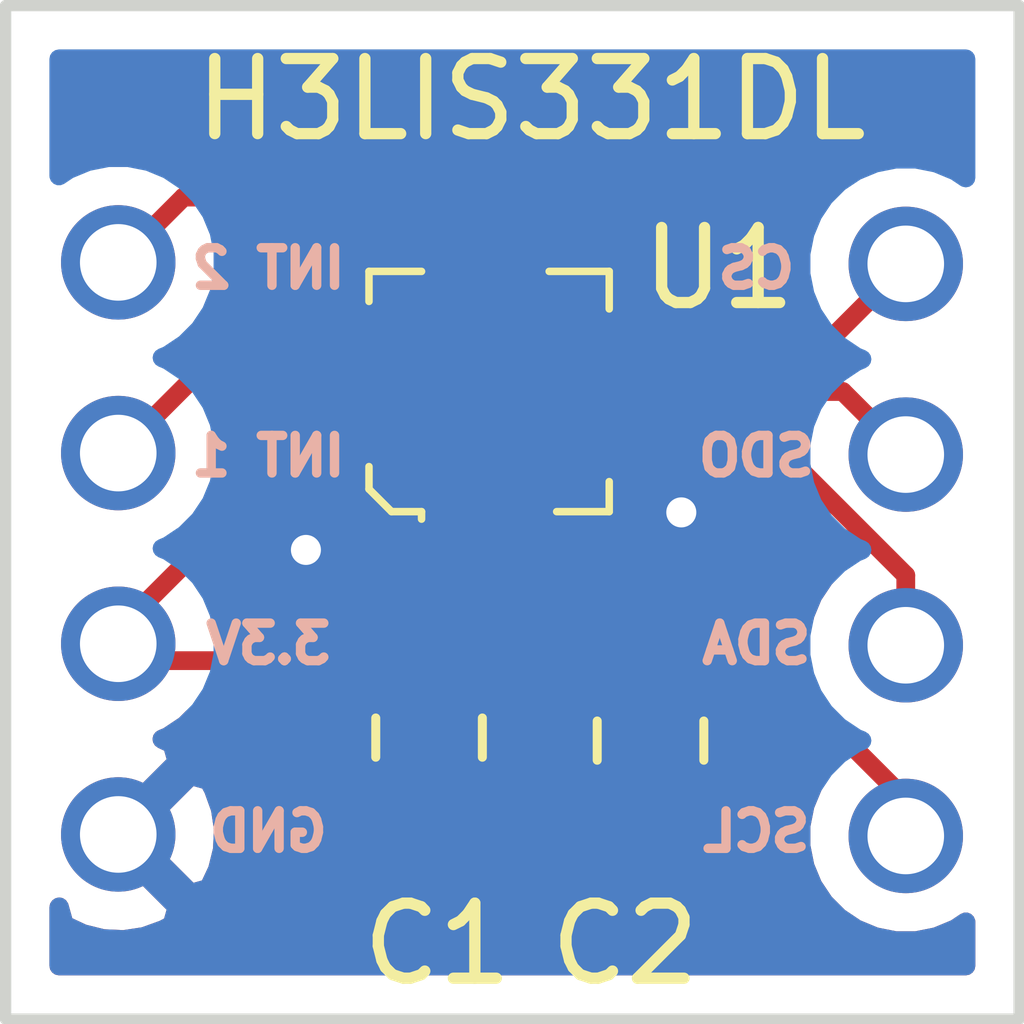
<source format=kicad_pcb>
(kicad_pcb (version 20171130) (host pcbnew "(5.1.6)-1")

  (general
    (thickness 1.6)
    (drawings 12)
    (tracks 47)
    (zones 0)
    (modules 5)
    (nets 11)
  )

  (page A4)
  (layers
    (0 F.Cu signal)
    (31 B.Cu signal)
    (32 B.Adhes user)
    (33 F.Adhes user)
    (34 B.Paste user)
    (35 F.Paste user)
    (36 B.SilkS user)
    (37 F.SilkS user)
    (38 B.Mask user)
    (39 F.Mask user)
    (40 Dwgs.User user)
    (41 Cmts.User user)
    (42 Eco1.User user)
    (43 Eco2.User user)
    (44 Edge.Cuts user)
    (45 Margin user)
    (46 B.CrtYd user)
    (47 F.CrtYd user)
    (48 B.Fab user)
    (49 F.Fab user)
  )

  (setup
    (last_trace_width 0.25)
    (trace_clearance 0.2)
    (zone_clearance 0.508)
    (zone_45_only no)
    (trace_min 0.2)
    (via_size 0.8)
    (via_drill 0.4)
    (via_min_size 0.4)
    (via_min_drill 0.3)
    (uvia_size 0.3)
    (uvia_drill 0.1)
    (uvias_allowed no)
    (uvia_min_size 0.2)
    (uvia_min_drill 0.1)
    (edge_width 0.05)
    (segment_width 0.2)
    (pcb_text_width 0.3)
    (pcb_text_size 1.5 1.5)
    (mod_edge_width 0.12)
    (mod_text_size 1 1)
    (mod_text_width 0.15)
    (pad_size 1.524 1.524)
    (pad_drill 0.762)
    (pad_to_mask_clearance 0.05)
    (aux_axis_origin 0 0)
    (visible_elements 7FFFFFFF)
    (pcbplotparams
      (layerselection 0x010fc_ffffffff)
      (usegerberextensions false)
      (usegerberattributes true)
      (usegerberadvancedattributes true)
      (creategerberjobfile true)
      (excludeedgelayer true)
      (linewidth 0.100000)
      (plotframeref false)
      (viasonmask false)
      (mode 1)
      (useauxorigin false)
      (hpglpennumber 1)
      (hpglpenspeed 20)
      (hpglpendiameter 15.000000)
      (psnegative false)
      (psa4output false)
      (plotreference true)
      (plotvalue true)
      (plotinvisibletext false)
      (padsonsilk false)
      (subtractmaskfromsilk false)
      (outputformat 1)
      (mirror false)
      (drillshape 1)
      (scaleselection 1)
      (outputdirectory ""))
  )

  (net 0 "")
  (net 1 +3V3)
  (net 2 GND)
  (net 3 "Net-(U1-Pad2)")
  (net 4 "Net-(U1-Pad3)")
  (net 5 /H3LIS331DL_Accelerometer/CS_ACC)
  (net 6 /H3LIS331DL_Accelerometer/SDO_ACC)
  (net 7 /H3LIS331DL_Accelerometer/SDA_ACC)
  (net 8 /H3LIS331DL_Accelerometer/INT_2_ACC)
  (net 9 /H3LIS331DL_Accelerometer/INT_1_ACC)
  (net 10 /H3LIS331DL_Accelerometer/SCL_ACC)

  (net_class Default "This is the default net class."
    (clearance 0.2)
    (trace_width 0.25)
    (via_dia 0.8)
    (via_drill 0.4)
    (uvia_dia 0.3)
    (uvia_drill 0.1)
    (add_net +3V3)
    (add_net /H3LIS331DL_Accelerometer/CS_ACC)
    (add_net /H3LIS331DL_Accelerometer/INT_1_ACC)
    (add_net /H3LIS331DL_Accelerometer/INT_2_ACC)
    (add_net /H3LIS331DL_Accelerometer/SCL_ACC)
    (add_net /H3LIS331DL_Accelerometer/SDA_ACC)
    (add_net /H3LIS331DL_Accelerometer/SDO_ACC)
    (add_net GND)
    (add_net "Net-(U1-Pad2)")
    (add_net "Net-(U1-Pad3)")
  )

  (module Accelerometer_Breakout:4_Pin_Header (layer F.Cu) (tedit 5ED40AE0) (tstamp 5F0CE79F)
    (at 173.99 99.06 180)
    (path /5F0D36FC)
    (fp_text reference U3 (at -6.01 -0.94) (layer F.SilkS) hide
      (effects (font (size 1 1) (thickness 0.15)))
    )
    (fp_text value 4_Pin_header (at -7.62 -2.54) (layer F.Fab) hide
      (effects (font (size 1 1) (thickness 0.15)))
    )
    (pad 4 thru_hole circle (at 0 7.62 180) (size 1.524 1.524) (drill 1.02) (layers *.Cu *.Mask)
      (net 5 /H3LIS331DL_Accelerometer/CS_ACC))
    (pad 3 thru_hole circle (at 0 5.08 180) (size 1.524 1.524) (drill 1.02) (layers *.Cu *.Mask)
      (net 6 /H3LIS331DL_Accelerometer/SDO_ACC))
    (pad 2 thru_hole circle (at 0 2.54 180) (size 1.524 1.524) (drill 1.02) (layers *.Cu *.Mask)
      (net 7 /H3LIS331DL_Accelerometer/SDA_ACC))
    (pad 1 thru_hole circle (at 0 0 180) (size 1.524 1.524) (drill 1.02) (layers *.Cu *.Mask)
      (net 10 /H3LIS331DL_Accelerometer/SCL_ACC))
  )

  (module Accelerometer_Breakout:4_Pin_Header (layer F.Cu) (tedit 5ED40AE0) (tstamp 5F0CE797)
    (at 163.5 91.42)
    (path /5F0D340B)
    (fp_text reference U2 (at -7 -1.92) (layer F.SilkS) hide
      (effects (font (size 1 1) (thickness 0.15)))
    )
    (fp_text value 4_Pin_header (at -7 -0.42) (layer F.Fab) hide
      (effects (font (size 1 1) (thickness 0.15)))
    )
    (pad 4 thru_hole circle (at 0 7.62) (size 1.524 1.524) (drill 1.02) (layers *.Cu *.Mask)
      (net 2 GND))
    (pad 3 thru_hole circle (at 0 5.08) (size 1.524 1.524) (drill 1.02) (layers *.Cu *.Mask)
      (net 1 +3V3))
    (pad 2 thru_hole circle (at 0 2.54) (size 1.524 1.524) (drill 1.02) (layers *.Cu *.Mask)
      (net 9 /H3LIS331DL_Accelerometer/INT_1_ACC))
    (pad 1 thru_hole circle (at 0 0) (size 1.524 1.524) (drill 1.02) (layers *.Cu *.Mask)
      (net 8 /H3LIS331DL_Accelerometer/INT_2_ACC))
  )

  (module digikey-footprints:TFLGA-16_3x3mm (layer F.Cu) (tedit 5D28A750) (tstamp 5F0CE78F)
    (at 168.44 93.14 90)
    (descr http://www.st.com/content/ccc/resource/technical/document/datasheet/3e/48/02/c7/a4/e6/41/bb/DM00053090.pdf/files/DM00053090.pdf/jcr:content/translations/en.DM00053090.pdf)
    (path /5F0CD887/5F0CD93E)
    (attr smd)
    (fp_text reference U1 (at 1.64 3.06 180) (layer F.SilkS)
      (effects (font (size 1 1) (thickness 0.15)))
    )
    (fp_text value H3LIS331DL (at 3.89 0.56 180) (layer F.SilkS)
      (effects (font (size 1 1) (thickness 0.15)))
    )
    (fp_line (start -1.75 -1.75) (end -1.75 1.75) (layer F.CrtYd) (width 0.05))
    (fp_line (start -1.75 1.75) (end 1.75 1.75) (layer F.CrtYd) (width 0.05))
    (fp_line (start 1.75 1.75) (end 1.75 -1.75) (layer F.CrtYd) (width 0.05))
    (fp_line (start 1.75 -1.75) (end -1.75 -1.75) (layer F.CrtYd) (width 0.05))
    (fp_line (start -1.6 0.9) (end -1.6 1.6) (layer F.SilkS) (width 0.1))
    (fp_line (start -1.6 1.6) (end -1.2 1.6) (layer F.SilkS) (width 0.1))
    (fp_line (start 1.1 1.6) (end 1.6 1.6) (layer F.SilkS) (width 0.1))
    (fp_line (start 1.6 1.6) (end 1.6 0.8) (layer F.SilkS) (width 0.1))
    (fp_line (start 1.2 -1.6) (end 1.6 -1.6) (layer F.SilkS) (width 0.1))
    (fp_line (start 1.6 -1.6) (end 1.6 -0.9) (layer F.SilkS) (width 0.1))
    (fp_line (start -1 -1.6) (end -1.3 -1.6) (layer F.SilkS) (width 0.1))
    (fp_line (start -1.3 -1.6) (end -1.6 -1.3) (layer F.SilkS) (width 0.1))
    (fp_line (start -1.6 -1.3) (end -1.6 -0.9) (layer F.SilkS) (width 0.1))
    (fp_line (start -1.6 -0.9) (end -1.7 -0.9) (layer F.SilkS) (width 0.1))
    (fp_line (start -1.5 -1.2) (end -1.5 1.5) (layer F.Fab) (width 0.1))
    (fp_line (start -1.2 -1.5) (end 1.5 -1.5) (layer F.Fab) (width 0.1))
    (fp_line (start -1.5 -1.2) (end -1.2 -1.5) (layer F.Fab) (width 0.1))
    (fp_line (start 1.5 -1.5) (end 1.5 1.5) (layer F.Fab) (width 0.1))
    (fp_line (start -1.5 1.5) (end 1.5 1.5) (layer F.Fab) (width 0.1))
    (fp_text user %R (at 0 0 90) (layer F.Fab)
      (effects (font (size 0.5 0.5) (thickness 0.05)))
    )
    (pad 8 smd rect (at 0.5 1.225 90) (size 0.35 0.55) (layers F.Cu F.Paste F.Mask)
      (net 5 /H3LIS331DL_Accelerometer/CS_ACC))
    (pad 7 smd rect (at 0 1.225 90) (size 0.35 0.55) (layers F.Cu F.Paste F.Mask)
      (net 6 /H3LIS331DL_Accelerometer/SDO_ACC))
    (pad 6 smd rect (at -0.5 1.225 90) (size 0.35 0.55) (layers F.Cu F.Paste F.Mask)
      (net 7 /H3LIS331DL_Accelerometer/SDA_ACC))
    (pad 13 smd rect (at 1.225 -1 90) (size 0.55 0.35) (layers F.Cu F.Paste F.Mask)
      (net 2 GND))
    (pad 12 smd rect (at 1.225 -0.5 90) (size 0.55 0.35) (layers F.Cu F.Paste F.Mask)
      (net 2 GND))
    (pad 9 smd rect (at 1.225 1 90) (size 0.55 0.35) (layers F.Cu F.Paste F.Mask)
      (net 8 /H3LIS331DL_Accelerometer/INT_2_ACC))
    (pad 10 smd rect (at 1.225 0.5 90) (size 0.55 0.35) (layers F.Cu F.Paste F.Mask)
      (net 2 GND))
    (pad 11 smd rect (at 1.225 0 90) (size 0.55 0.35) (layers F.Cu F.Paste F.Mask)
      (net 9 /H3LIS331DL_Accelerometer/INT_1_ACC))
    (pad 14 smd rect (at 0.5 -1.225 90) (size 0.35 0.55) (layers F.Cu F.Paste F.Mask)
      (net 1 +3V3))
    (pad 16 smd rect (at -0.5 -1.225 90) (size 0.35 0.55) (layers F.Cu F.Paste F.Mask)
      (net 2 GND))
    (pad 15 smd rect (at 0 -1.225 90) (size 0.35 0.55) (layers F.Cu F.Paste F.Mask)
      (net 1 +3V3))
    (pad 5 smd rect (at -1.225 1 90) (size 0.55 0.35) (layers F.Cu F.Paste F.Mask)
      (net 2 GND))
    (pad 4 smd rect (at -1.225 0.5 90) (size 0.55 0.35) (layers F.Cu F.Paste F.Mask)
      (net 10 /H3LIS331DL_Accelerometer/SCL_ACC))
    (pad 1 smd rect (at -1.225 -1 90) (size 0.55 0.35) (layers F.Cu F.Paste F.Mask)
      (net 1 +3V3))
    (pad 2 smd rect (at -1.225 -0.5 90) (size 0.55 0.35) (layers F.Cu F.Paste F.Mask)
      (net 3 "Net-(U1-Pad2)"))
    (pad 3 smd rect (at -1.225 0 90) (size 0.55 0.35) (layers F.Cu F.Paste F.Mask)
      (net 4 "Net-(U1-Pad3)"))
  )

  (module Capacitor_SMD:C_0805_2012Metric_Pad1.15x1.40mm_HandSolder (layer F.Cu) (tedit 5B36C52B) (tstamp 5F0CE767)
    (at 170.59 97.79 90)
    (descr "Capacitor SMD 0805 (2012 Metric), square (rectangular) end terminal, IPC_7351 nominal with elongated pad for handsoldering. (Body size source: https://docs.google.com/spreadsheets/d/1BsfQQcO9C6DZCsRaXUlFlo91Tg2WpOkGARC1WS5S8t0/edit?usp=sharing), generated with kicad-footprint-generator")
    (tags "capacitor handsolder")
    (path /5F0CD887/5F0CF12A)
    (attr smd)
    (fp_text reference C2 (at -2.71 -0.34 180) (layer F.SilkS)
      (effects (font (size 1 1) (thickness 0.15)))
    )
    (fp_text value 0.1uf (at -2.71 2.66 180) (layer F.Fab) hide
      (effects (font (size 1 1) (thickness 0.15)))
    )
    (fp_line (start -1 0.6) (end -1 -0.6) (layer F.Fab) (width 0.1))
    (fp_line (start -1 -0.6) (end 1 -0.6) (layer F.Fab) (width 0.1))
    (fp_line (start 1 -0.6) (end 1 0.6) (layer F.Fab) (width 0.1))
    (fp_line (start 1 0.6) (end -1 0.6) (layer F.Fab) (width 0.1))
    (fp_line (start -0.261252 -0.71) (end 0.261252 -0.71) (layer F.SilkS) (width 0.12))
    (fp_line (start -0.261252 0.71) (end 0.261252 0.71) (layer F.SilkS) (width 0.12))
    (fp_line (start -1.85 0.95) (end -1.85 -0.95) (layer F.CrtYd) (width 0.05))
    (fp_line (start -1.85 -0.95) (end 1.85 -0.95) (layer F.CrtYd) (width 0.05))
    (fp_line (start 1.85 -0.95) (end 1.85 0.95) (layer F.CrtYd) (width 0.05))
    (fp_line (start 1.85 0.95) (end -1.85 0.95) (layer F.CrtYd) (width 0.05))
    (fp_text user %R (at 0 0 90) (layer F.Fab)
      (effects (font (size 0.5 0.5) (thickness 0.08)))
    )
    (pad 2 smd roundrect (at 1.025 0 90) (size 1.15 1.4) (layers F.Cu F.Paste F.Mask) (roundrect_rratio 0.217391)
      (net 1 +3V3))
    (pad 1 smd roundrect (at -1.025 0 90) (size 1.15 1.4) (layers F.Cu F.Paste F.Mask) (roundrect_rratio 0.217391)
      (net 2 GND))
    (model ${KISYS3DMOD}/Capacitor_SMD.3dshapes/C_0805_2012Metric.wrl
      (at (xyz 0 0 0))
      (scale (xyz 1 1 1))
      (rotate (xyz 0 0 0))
    )
  )

  (module Capacitor_SMD:C_0805_2012Metric_Pad1.15x1.40mm_HandSolder (layer F.Cu) (tedit 5B36C52B) (tstamp 5F0CEC77)
    (at 167.64 97.75 270)
    (descr "Capacitor SMD 0805 (2012 Metric), square (rectangular) end terminal, IPC_7351 nominal with elongated pad for handsoldering. (Body size source: https://docs.google.com/spreadsheets/d/1BsfQQcO9C6DZCsRaXUlFlo91Tg2WpOkGARC1WS5S8t0/edit?usp=sharing), generated with kicad-footprint-generator")
    (tags "capacitor handsolder")
    (path /5F0CD887/5F0CF6C1)
    (attr smd)
    (fp_text reference C1 (at 2.75 -0.11 180) (layer F.SilkS)
      (effects (font (size 1 1) (thickness 0.15)))
    )
    (fp_text value 10uf (at 3 2.89 180) (layer F.Fab) hide
      (effects (font (size 1 1) (thickness 0.15)))
    )
    (fp_line (start -1 0.6) (end -1 -0.6) (layer F.Fab) (width 0.1))
    (fp_line (start -1 -0.6) (end 1 -0.6) (layer F.Fab) (width 0.1))
    (fp_line (start 1 -0.6) (end 1 0.6) (layer F.Fab) (width 0.1))
    (fp_line (start 1 0.6) (end -1 0.6) (layer F.Fab) (width 0.1))
    (fp_line (start -0.261252 -0.71) (end 0.261252 -0.71) (layer F.SilkS) (width 0.12))
    (fp_line (start -0.261252 0.71) (end 0.261252 0.71) (layer F.SilkS) (width 0.12))
    (fp_line (start -1.85 0.95) (end -1.85 -0.95) (layer F.CrtYd) (width 0.05))
    (fp_line (start -1.85 -0.95) (end 1.85 -0.95) (layer F.CrtYd) (width 0.05))
    (fp_line (start 1.85 -0.95) (end 1.85 0.95) (layer F.CrtYd) (width 0.05))
    (fp_line (start 1.85 0.95) (end -1.85 0.95) (layer F.CrtYd) (width 0.05))
    (fp_text user %R (at 0 0 90) (layer F.Fab)
      (effects (font (size 0.5 0.5) (thickness 0.08)))
    )
    (pad 2 smd roundrect (at 1.025 0 270) (size 1.15 1.4) (layers F.Cu F.Paste F.Mask) (roundrect_rratio 0.217391)
      (net 2 GND))
    (pad 1 smd roundrect (at -1.025 0 270) (size 1.15 1.4) (layers F.Cu F.Paste F.Mask) (roundrect_rratio 0.217391)
      (net 1 +3V3))
    (model ${KISYS3DMOD}/Capacitor_SMD.3dshapes/C_0805_2012Metric.wrl
      (at (xyz 0 0 0))
      (scale (xyz 1 1 1))
      (rotate (xyz 0 0 0))
    )
  )

  (gr_text CS (at 172 91.5) (layer B.SilkS)
    (effects (font (size 0.5 0.5) (thickness 0.125)) (justify mirror))
  )
  (gr_text SDO (at 172 94) (layer B.SilkS)
    (effects (font (size 0.5 0.5) (thickness 0.125)) (justify mirror))
  )
  (gr_text SDA (at 172 96.5) (layer B.SilkS)
    (effects (font (size 0.5 0.5) (thickness 0.125)) (justify mirror))
  )
  (gr_text SCL (at 172 99) (layer B.SilkS)
    (effects (font (size 0.5 0.5) (thickness 0.125)) (justify mirror))
  )
  (gr_text GND (at 165.5 99) (layer B.SilkS)
    (effects (font (size 0.5 0.5) (thickness 0.125)) (justify mirror))
  )
  (gr_text 3.3V (at 165.5 96.5) (layer B.SilkS)
    (effects (font (size 0.5 0.5) (thickness 0.125)) (justify mirror))
  )
  (gr_text "INT 1" (at 165.5 94) (layer B.SilkS)
    (effects (font (size 0.5 0.5) (thickness 0.125)) (justify mirror))
  )
  (gr_text "INT 2" (at 165.5 91.5) (layer B.SilkS)
    (effects (font (size 0.5 0.5) (thickness 0.125)) (justify mirror))
  )
  (gr_line (start 175.5 88) (end 162 88) (layer Edge.Cuts) (width 0.15) (tstamp 5F0CEF61))
  (gr_line (start 175.5 101.5) (end 175.5 88) (layer Edge.Cuts) (width 0.15))
  (gr_line (start 162 101.5) (end 175.5 101.5) (layer Edge.Cuts) (width 0.15))
  (gr_line (start 162 88) (end 162 101.5) (layer Edge.Cuts) (width 0.15))

  (segment (start 167.215 92.64) (end 167.215 93.14) (width 0.25) (layer F.Cu) (net 1))
  (segment (start 167.44 96.565) (end 167.64 96.765) (width 0.25) (layer F.Cu) (net 1))
  (segment (start 167.44 94.365) (end 167.44 96.565) (width 0.25) (layer F.Cu) (net 1))
  (segment (start 167.375 96.5) (end 167.64 96.765) (width 0.25) (layer F.Cu) (net 1))
  (segment (start 163.5 96.319998) (end 163.5 96.5) (width 0.25) (layer F.Cu) (net 1))
  (segment (start 166.679999 93.139999) (end 163.5 96.319998) (width 0.25) (layer F.Cu) (net 1))
  (segment (start 167.215 93.14) (end 166.679999 93.139999) (width 0.25) (layer F.Cu) (net 1))
  (segment (start 167.68 96.765) (end 167.64 96.725) (width 0.25) (layer F.Cu) (net 1))
  (segment (start 170.59 96.765) (end 167.68 96.765) (width 0.25) (layer F.Cu) (net 1))
  (segment (start 163.725 96.725) (end 163.5 96.5) (width 0.25) (layer F.Cu) (net 1))
  (segment (start 167.64 96.725) (end 163.725 96.725) (width 0.25) (layer F.Cu) (net 1))
  (via (at 166 95.25) (size 0.8) (drill 0.4) (layers F.Cu B.Cu) (net 2))
  (via (at 171 94.75) (size 0.8) (drill 0.4) (layers F.Cu B.Cu) (net 2))
  (segment (start 168.004999 92.515001) (end 167.94 92.450002) (width 0.25) (layer F.Cu) (net 2))
  (segment (start 168.875001 92.515001) (end 168.004999 92.515001) (width 0.25) (layer F.Cu) (net 2))
  (segment (start 168.940001 92.450001) (end 168.875001 92.515001) (width 0.25) (layer F.Cu) (net 2))
  (segment (start 167.94 92.450002) (end 167.94 91.915) (width 0.25) (layer F.Cu) (net 2))
  (segment (start 168.94 91.915) (end 168.940001 92.450001) (width 0.25) (layer F.Cu) (net 2))
  (segment (start 167.94 91.915) (end 167.44 91.915) (width 0.25) (layer F.Cu) (net 2))
  (segment (start 168.004999 93.385003) (end 168.004999 92.515001) (width 0.25) (layer F.Cu) (net 2))
  (segment (start 167.750001 93.640001) (end 168.004999 93.385003) (width 0.25) (layer F.Cu) (net 2))
  (segment (start 167.215 93.64) (end 167.750001 93.640001) (width 0.25) (layer F.Cu) (net 2))
  (segment (start 163.725 98.815) (end 163.5 99.04) (width 0.25) (layer F.Cu) (net 2))
  (segment (start 167.215 93.64) (end 166.5 94.355) (width 0.25) (layer F.Cu) (net 2))
  (segment (start 169.44 94.365) (end 170.115 94.365) (width 0.25) (layer F.Cu) (net 2))
  (segment (start 170.115 94.365) (end 170.25 94.5) (width 0.25) (layer F.Cu) (net 2))
  (segment (start 172.79 92.64) (end 173.99 91.44) (width 0.25) (layer F.Cu) (net 5))
  (segment (start 169.665 92.64) (end 172.79 92.64) (width 0.25) (layer F.Cu) (net 5))
  (segment (start 173.15 93.14) (end 173.99 93.98) (width 0.25) (layer F.Cu) (net 6))
  (segment (start 169.665 93.14) (end 173.15 93.14) (width 0.25) (layer F.Cu) (net 6))
  (segment (start 173.99 95.588762) (end 173.99 96.52) (width 0.25) (layer F.Cu) (net 7))
  (segment (start 172.041238 93.64) (end 173.99 95.588762) (width 0.25) (layer F.Cu) (net 7))
  (segment (start 169.665 93.64) (end 172.041238 93.64) (width 0.25) (layer F.Cu) (net 7))
  (segment (start 168.609992 90.54999) (end 169.440001 91.379999) (width 0.25) (layer F.Cu) (net 8))
  (segment (start 169.440001 91.379999) (end 169.440001 91.914999) (width 0.25) (layer F.Cu) (net 8))
  (segment (start 163.5 91.42) (end 164.37001 90.54999) (width 0.25) (layer F.Cu) (net 8))
  (segment (start 169.440001 91.914999) (end 169.44 91.915) (width 0.25) (layer F.Cu) (net 8))
  (segment (start 164.37001 90.54999) (end 168.609992 90.54999) (width 0.25) (layer F.Cu) (net 8))
  (segment (start 168.440001 91.379999) (end 168.060002 91) (width 0.25) (layer F.Cu) (net 9))
  (segment (start 168.44 91.915) (end 168.440001 91.379999) (width 0.25) (layer F.Cu) (net 9))
  (segment (start 166.46 91) (end 163.5 93.96) (width 0.25) (layer F.Cu) (net 9))
  (segment (start 168.060002 91) (end 166.46 91) (width 0.25) (layer F.Cu) (net 9))
  (segment (start 173.99 98.57681) (end 173.99 99.06) (width 0.25) (layer F.Cu) (net 10))
  (segment (start 171.27818 95.86499) (end 173.99 98.57681) (width 0.25) (layer F.Cu) (net 10))
  (segment (start 169.904988 95.86499) (end 171.27818 95.86499) (width 0.25) (layer F.Cu) (net 10))
  (segment (start 168.939999 94.900001) (end 169.904988 95.86499) (width 0.25) (layer F.Cu) (net 10))
  (segment (start 168.94 94.365) (end 168.939999 94.900001) (width 0.25) (layer F.Cu) (net 10))

  (zone (net 2) (net_name GND) (layer B.Cu) (tstamp 5F0E0199) (hatch edge 0.508)
    (connect_pads (clearance 0.508))
    (min_thickness 0.254)
    (fill yes (arc_segments 32) (thermal_gap 0.508) (thermal_bridge_width 0.508))
    (polygon
      (pts
        (xy 175.5 101.5) (xy 162 101.5) (xy 162 88) (xy 175.5 88)
      )
    )
    (filled_polygon
      (pts
        (xy 174.790001 90.294387) (xy 174.651727 90.201995) (xy 174.39749 90.096686) (xy 174.127592 90.043) (xy 173.852408 90.043)
        (xy 173.58251 90.096686) (xy 173.328273 90.201995) (xy 173.099465 90.35488) (xy 172.90488 90.549465) (xy 172.751995 90.778273)
        (xy 172.646686 91.03251) (xy 172.593 91.302408) (xy 172.593 91.577592) (xy 172.646686 91.84749) (xy 172.751995 92.101727)
        (xy 172.90488 92.330535) (xy 173.099465 92.52512) (xy 173.328273 92.678005) (xy 173.405515 92.71) (xy 173.328273 92.741995)
        (xy 173.099465 92.89488) (xy 172.90488 93.089465) (xy 172.751995 93.318273) (xy 172.646686 93.57251) (xy 172.593 93.842408)
        (xy 172.593 94.117592) (xy 172.646686 94.38749) (xy 172.751995 94.641727) (xy 172.90488 94.870535) (xy 173.099465 95.06512)
        (xy 173.328273 95.218005) (xy 173.405515 95.25) (xy 173.328273 95.281995) (xy 173.099465 95.43488) (xy 172.90488 95.629465)
        (xy 172.751995 95.858273) (xy 172.646686 96.11251) (xy 172.593 96.382408) (xy 172.593 96.657592) (xy 172.646686 96.92749)
        (xy 172.751995 97.181727) (xy 172.90488 97.410535) (xy 173.099465 97.60512) (xy 173.328273 97.758005) (xy 173.405515 97.79)
        (xy 173.328273 97.821995) (xy 173.099465 97.97488) (xy 172.90488 98.169465) (xy 172.751995 98.398273) (xy 172.646686 98.65251)
        (xy 172.593 98.922408) (xy 172.593 99.197592) (xy 172.646686 99.46749) (xy 172.751995 99.721727) (xy 172.90488 99.950535)
        (xy 173.099465 100.14512) (xy 173.328273 100.298005) (xy 173.58251 100.403314) (xy 173.852408 100.457) (xy 174.127592 100.457)
        (xy 174.39749 100.403314) (xy 174.651727 100.298005) (xy 174.79 100.205614) (xy 174.79 100.79) (xy 162.71 100.79)
        (xy 162.71 100.009608) (xy 162.714041 100.005567) (xy 162.78102 100.245656) (xy 163.030048 100.362756) (xy 163.297135 100.429023)
        (xy 163.572017 100.44191) (xy 163.844133 100.400922) (xy 164.103023 100.307636) (xy 164.21898 100.245656) (xy 164.28596 100.005565)
        (xy 163.5 99.219605) (xy 163.485858 99.233748) (xy 163.306253 99.054143) (xy 163.320395 99.04) (xy 163.679605 99.04)
        (xy 164.465565 99.82596) (xy 164.705656 99.75898) (xy 164.822756 99.509952) (xy 164.889023 99.242865) (xy 164.90191 98.967983)
        (xy 164.860922 98.695867) (xy 164.767636 98.436977) (xy 164.705656 98.32102) (xy 164.465565 98.25404) (xy 163.679605 99.04)
        (xy 163.320395 99.04) (xy 163.306253 99.025858) (xy 163.485858 98.846253) (xy 163.5 98.860395) (xy 164.28596 98.074435)
        (xy 164.21898 97.834344) (xy 164.08324 97.770515) (xy 164.161727 97.738005) (xy 164.390535 97.58512) (xy 164.58512 97.390535)
        (xy 164.738005 97.161727) (xy 164.843314 96.90749) (xy 164.897 96.637592) (xy 164.897 96.362408) (xy 164.843314 96.09251)
        (xy 164.738005 95.838273) (xy 164.58512 95.609465) (xy 164.390535 95.41488) (xy 164.161727 95.261995) (xy 164.084485 95.23)
        (xy 164.161727 95.198005) (xy 164.390535 95.04512) (xy 164.58512 94.850535) (xy 164.738005 94.621727) (xy 164.843314 94.36749)
        (xy 164.897 94.097592) (xy 164.897 93.822408) (xy 164.843314 93.55251) (xy 164.738005 93.298273) (xy 164.58512 93.069465)
        (xy 164.390535 92.87488) (xy 164.161727 92.721995) (xy 164.084485 92.69) (xy 164.161727 92.658005) (xy 164.390535 92.50512)
        (xy 164.58512 92.310535) (xy 164.738005 92.081727) (xy 164.843314 91.82749) (xy 164.897 91.557592) (xy 164.897 91.282408)
        (xy 164.843314 91.01251) (xy 164.738005 90.758273) (xy 164.58512 90.529465) (xy 164.390535 90.33488) (xy 164.161727 90.181995)
        (xy 163.90749 90.076686) (xy 163.637592 90.023) (xy 163.362408 90.023) (xy 163.09251 90.076686) (xy 162.838273 90.181995)
        (xy 162.71 90.267704) (xy 162.71 88.71) (xy 174.790001 88.71)
      )
    )
  )
  (zone (net 2) (net_name GND) (layer F.Cu) (tstamp 5F0E0196) (hatch edge 0.508)
    (connect_pads (clearance 0.508))
    (min_thickness 0.254)
    (fill yes (arc_segments 32) (thermal_gap 0.508) (thermal_bridge_width 0.508))
    (polygon
      (pts
        (xy 175.5 101.5) (xy 162 101.5) (xy 162 88) (xy 175.5 88)
      )
    )
    (filled_polygon
      (pts
        (xy 166.451595 97.543387) (xy 166.562038 97.677962) (xy 166.568594 97.683342) (xy 166.488815 97.748815) (xy 166.409463 97.845506)
        (xy 166.350498 97.95582) (xy 166.314188 98.075518) (xy 166.301928 98.2) (xy 166.305 98.48925) (xy 166.46375 98.648)
        (xy 167.513 98.648) (xy 167.513 98.628) (xy 167.767 98.628) (xy 167.767 98.648) (xy 168.81625 98.648)
        (xy 168.975 98.48925) (xy 168.978072 98.2) (xy 168.965812 98.075518) (xy 168.929502 97.95582) (xy 168.870537 97.845506)
        (xy 168.791185 97.748815) (xy 168.711406 97.683342) (xy 168.717962 97.677962) (xy 168.828405 97.543387) (xy 168.838233 97.525)
        (xy 169.370386 97.525) (xy 169.401595 97.583387) (xy 169.512038 97.717962) (xy 169.518594 97.723342) (xy 169.438815 97.788815)
        (xy 169.359463 97.885506) (xy 169.300498 97.99582) (xy 169.264188 98.115518) (xy 169.251928 98.24) (xy 169.255 98.52925)
        (xy 169.41375 98.688) (xy 170.463 98.688) (xy 170.463 98.668) (xy 170.717 98.668) (xy 170.717 98.688)
        (xy 171.76625 98.688) (xy 171.925 98.52925) (xy 171.928072 98.24) (xy 171.915812 98.115518) (xy 171.879502 97.99582)
        (xy 171.820537 97.885506) (xy 171.741185 97.788815) (xy 171.661406 97.723342) (xy 171.667962 97.717962) (xy 171.778405 97.583387)
        (xy 171.828345 97.489956) (xy 172.747504 98.409116) (xy 172.646686 98.65251) (xy 172.593 98.922408) (xy 172.593 99.197592)
        (xy 172.646686 99.46749) (xy 172.751995 99.721727) (xy 172.90488 99.950535) (xy 173.099465 100.14512) (xy 173.328273 100.298005)
        (xy 173.58251 100.403314) (xy 173.852408 100.457) (xy 174.127592 100.457) (xy 174.39749 100.403314) (xy 174.651727 100.298005)
        (xy 174.79 100.205614) (xy 174.79 100.79) (xy 162.71 100.79) (xy 162.71 100.009608) (xy 162.714041 100.005567)
        (xy 162.78102 100.245656) (xy 163.030048 100.362756) (xy 163.297135 100.429023) (xy 163.572017 100.44191) (xy 163.844133 100.400922)
        (xy 164.103023 100.307636) (xy 164.21898 100.245656) (xy 164.28596 100.005565) (xy 163.5 99.219605) (xy 163.485858 99.233748)
        (xy 163.306253 99.054143) (xy 163.320395 99.04) (xy 163.679605 99.04) (xy 164.465565 99.82596) (xy 164.705656 99.75898)
        (xy 164.822756 99.509952) (xy 164.862441 99.35) (xy 166.301928 99.35) (xy 166.314188 99.474482) (xy 166.350498 99.59418)
        (xy 166.409463 99.704494) (xy 166.488815 99.801185) (xy 166.585506 99.880537) (xy 166.69582 99.939502) (xy 166.815518 99.975812)
        (xy 166.94 99.988072) (xy 167.35425 99.985) (xy 167.513 99.82625) (xy 167.513 98.902) (xy 167.767 98.902)
        (xy 167.767 99.82625) (xy 167.92575 99.985) (xy 168.34 99.988072) (xy 168.464482 99.975812) (xy 168.58418 99.939502)
        (xy 168.694494 99.880537) (xy 168.791185 99.801185) (xy 168.870537 99.704494) (xy 168.929502 99.59418) (xy 168.965812 99.474482)
        (xy 168.974132 99.39) (xy 169.251928 99.39) (xy 169.264188 99.514482) (xy 169.300498 99.63418) (xy 169.359463 99.744494)
        (xy 169.438815 99.841185) (xy 169.535506 99.920537) (xy 169.64582 99.979502) (xy 169.765518 100.015812) (xy 169.89 100.028072)
        (xy 170.30425 100.025) (xy 170.463 99.86625) (xy 170.463 98.942) (xy 170.717 98.942) (xy 170.717 99.86625)
        (xy 170.87575 100.025) (xy 171.29 100.028072) (xy 171.414482 100.015812) (xy 171.53418 99.979502) (xy 171.644494 99.920537)
        (xy 171.741185 99.841185) (xy 171.820537 99.744494) (xy 171.879502 99.63418) (xy 171.915812 99.514482) (xy 171.928072 99.39)
        (xy 171.925 99.10075) (xy 171.76625 98.942) (xy 170.717 98.942) (xy 170.463 98.942) (xy 169.41375 98.942)
        (xy 169.255 99.10075) (xy 169.251928 99.39) (xy 168.974132 99.39) (xy 168.978072 99.35) (xy 168.975 99.06075)
        (xy 168.81625 98.902) (xy 167.767 98.902) (xy 167.513 98.902) (xy 166.46375 98.902) (xy 166.305 99.06075)
        (xy 166.301928 99.35) (xy 164.862441 99.35) (xy 164.889023 99.242865) (xy 164.90191 98.967983) (xy 164.860922 98.695867)
        (xy 164.767636 98.436977) (xy 164.705656 98.32102) (xy 164.465565 98.25404) (xy 163.679605 99.04) (xy 163.320395 99.04)
        (xy 163.306253 99.025858) (xy 163.485858 98.846253) (xy 163.5 98.860395) (xy 164.28596 98.074435) (xy 164.21898 97.834344)
        (xy 164.08324 97.770515) (xy 164.161727 97.738005) (xy 164.390535 97.58512) (xy 164.490655 97.485) (xy 166.420386 97.485)
      )
    )
    (filled_polygon
      (pts
        (xy 172.930391 95.603954) (xy 172.90488 95.629465) (xy 172.751995 95.858273) (xy 172.646686 96.11251) (xy 172.639023 96.151032)
        (xy 171.841984 95.353993) (xy 171.818181 95.324989) (xy 171.702456 95.230016) (xy 171.570427 95.159444) (xy 171.427166 95.115987)
        (xy 171.315513 95.10499) (xy 171.315502 95.10499) (xy 171.27818 95.101314) (xy 171.240858 95.10499) (xy 170.21979 95.10499)
        (xy 170.128661 95.013861) (xy 170.154842 94.980157) (xy 170.21083 94.868303) (xy 170.243921 94.747676) (xy 170.25 94.65075)
        (xy 170.091252 94.492002) (xy 170.25 94.492002) (xy 170.25 94.4) (xy 171.726437 94.4)
      )
    )
    (filled_polygon
      (pts
        (xy 166.599843 94.354842) (xy 166.626928 94.368399) (xy 166.626928 94.64) (xy 166.639188 94.764482) (xy 166.675498 94.88418)
        (xy 166.68 94.892603) (xy 166.680001 95.675228) (xy 166.562038 95.772038) (xy 166.451595 95.906613) (xy 166.420386 95.965)
        (xy 164.929799 95.965) (xy 166.566139 94.328661)
      )
    )
    (filled_polygon
      (pts
        (xy 168.751928 92.815) (xy 168.759315 92.89) (xy 168.751928 92.965) (xy 168.751928 93.315) (xy 168.759315 93.39)
        (xy 168.7531 93.4531) (xy 168.69 93.459315) (xy 168.615 93.451928) (xy 168.265 93.451928) (xy 168.19 93.459315)
        (xy 168.115 93.451928) (xy 168.112037 93.451928) (xy 168.114525 93.443725) (xy 168.125 93.43325) (xy 168.120354 93.393361)
        (xy 168.128072 93.315) (xy 168.128072 92.965) (xy 168.120685 92.89) (xy 168.128072 92.815) (xy 168.128072 92.812037)
        (xy 168.136275 92.814525) (xy 168.14675 92.825) (xy 168.186639 92.820354) (xy 168.265 92.828072) (xy 168.615 92.828072)
        (xy 168.693361 92.820354) (xy 168.73325 92.825) (xy 168.743725 92.814525) (xy 168.751928 92.812037)
      )
    )
  )
)

</source>
